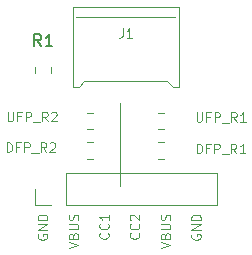
<source format=gbr>
G04 #@! TF.GenerationSoftware,KiCad,Pcbnew,(5.1.2-1)-1*
G04 #@! TF.CreationDate,2020-04-24T16:50:01+02:00*
G04 #@! TF.ProjectId,USB-C-Power-tester,5553422d-432d-4506-9f77-65722d746573,rev?*
G04 #@! TF.SameCoordinates,Original*
G04 #@! TF.FileFunction,Legend,Top*
G04 #@! TF.FilePolarity,Positive*
%FSLAX46Y46*%
G04 Gerber Fmt 4.6, Leading zero omitted, Abs format (unit mm)*
G04 Created by KiCad (PCBNEW (5.1.2-1)-1) date 2020-04-24 16:50:01*
%MOMM*%
%LPD*%
G04 APERTURE LIST*
%ADD10C,0.100000*%
%ADD11C,0.120000*%
%ADD12C,0.150000*%
G04 APERTURE END LIST*
D10*
X75100000Y-75393571D02*
X75061904Y-75469761D01*
X75061904Y-75584047D01*
X75100000Y-75698333D01*
X75176190Y-75774523D01*
X75252380Y-75812619D01*
X75404761Y-75850714D01*
X75519047Y-75850714D01*
X75671428Y-75812619D01*
X75747619Y-75774523D01*
X75823809Y-75698333D01*
X75861904Y-75584047D01*
X75861904Y-75507857D01*
X75823809Y-75393571D01*
X75785714Y-75355476D01*
X75519047Y-75355476D01*
X75519047Y-75507857D01*
X75861904Y-75012619D02*
X75061904Y-75012619D01*
X75861904Y-74555476D01*
X75061904Y-74555476D01*
X75861904Y-74174523D02*
X75061904Y-74174523D01*
X75061904Y-73984047D01*
X75100000Y-73869761D01*
X75176190Y-73793571D01*
X75252380Y-73755476D01*
X75404761Y-73717380D01*
X75519047Y-73717380D01*
X75671428Y-73755476D01*
X75747619Y-73793571D01*
X75823809Y-73869761D01*
X75861904Y-73984047D01*
X75861904Y-74174523D01*
X77661904Y-76574523D02*
X78461904Y-76307857D01*
X77661904Y-76041190D01*
X78042857Y-75507857D02*
X78080952Y-75393571D01*
X78119047Y-75355476D01*
X78195238Y-75317380D01*
X78309523Y-75317380D01*
X78385714Y-75355476D01*
X78423809Y-75393571D01*
X78461904Y-75469761D01*
X78461904Y-75774523D01*
X77661904Y-75774523D01*
X77661904Y-75507857D01*
X77700000Y-75431666D01*
X77738095Y-75393571D01*
X77814285Y-75355476D01*
X77890476Y-75355476D01*
X77966666Y-75393571D01*
X78004761Y-75431666D01*
X78042857Y-75507857D01*
X78042857Y-75774523D01*
X77661904Y-74974523D02*
X78309523Y-74974523D01*
X78385714Y-74936428D01*
X78423809Y-74898333D01*
X78461904Y-74822142D01*
X78461904Y-74669761D01*
X78423809Y-74593571D01*
X78385714Y-74555476D01*
X78309523Y-74517380D01*
X77661904Y-74517380D01*
X78423809Y-74174523D02*
X78461904Y-74060238D01*
X78461904Y-73869761D01*
X78423809Y-73793571D01*
X78385714Y-73755476D01*
X78309523Y-73717380D01*
X78233333Y-73717380D01*
X78157142Y-73755476D01*
X78119047Y-73793571D01*
X78080952Y-73869761D01*
X78042857Y-74022142D01*
X78004761Y-74098333D01*
X77966666Y-74136428D01*
X77890476Y-74174523D01*
X77814285Y-74174523D01*
X77738095Y-74136428D01*
X77700000Y-74098333D01*
X77661904Y-74022142D01*
X77661904Y-73831666D01*
X77700000Y-73717380D01*
X80985714Y-75279285D02*
X81023809Y-75317380D01*
X81061904Y-75431666D01*
X81061904Y-75507857D01*
X81023809Y-75622142D01*
X80947619Y-75698333D01*
X80871428Y-75736428D01*
X80719047Y-75774523D01*
X80604761Y-75774523D01*
X80452380Y-75736428D01*
X80376190Y-75698333D01*
X80300000Y-75622142D01*
X80261904Y-75507857D01*
X80261904Y-75431666D01*
X80300000Y-75317380D01*
X80338095Y-75279285D01*
X80985714Y-74479285D02*
X81023809Y-74517380D01*
X81061904Y-74631666D01*
X81061904Y-74707857D01*
X81023809Y-74822142D01*
X80947619Y-74898333D01*
X80871428Y-74936428D01*
X80719047Y-74974523D01*
X80604761Y-74974523D01*
X80452380Y-74936428D01*
X80376190Y-74898333D01*
X80300000Y-74822142D01*
X80261904Y-74707857D01*
X80261904Y-74631666D01*
X80300000Y-74517380D01*
X80338095Y-74479285D01*
X81061904Y-73717380D02*
X81061904Y-74174523D01*
X81061904Y-73945952D02*
X80261904Y-73945952D01*
X80376190Y-74022142D01*
X80452380Y-74098333D01*
X80490476Y-74174523D01*
X83585714Y-75279285D02*
X83623809Y-75317380D01*
X83661904Y-75431666D01*
X83661904Y-75507857D01*
X83623809Y-75622142D01*
X83547619Y-75698333D01*
X83471428Y-75736428D01*
X83319047Y-75774523D01*
X83204761Y-75774523D01*
X83052380Y-75736428D01*
X82976190Y-75698333D01*
X82900000Y-75622142D01*
X82861904Y-75507857D01*
X82861904Y-75431666D01*
X82900000Y-75317380D01*
X82938095Y-75279285D01*
X83585714Y-74479285D02*
X83623809Y-74517380D01*
X83661904Y-74631666D01*
X83661904Y-74707857D01*
X83623809Y-74822142D01*
X83547619Y-74898333D01*
X83471428Y-74936428D01*
X83319047Y-74974523D01*
X83204761Y-74974523D01*
X83052380Y-74936428D01*
X82976190Y-74898333D01*
X82900000Y-74822142D01*
X82861904Y-74707857D01*
X82861904Y-74631666D01*
X82900000Y-74517380D01*
X82938095Y-74479285D01*
X82938095Y-74174523D02*
X82900000Y-74136428D01*
X82861904Y-74060238D01*
X82861904Y-73869761D01*
X82900000Y-73793571D01*
X82938095Y-73755476D01*
X83014285Y-73717380D01*
X83090476Y-73717380D01*
X83204761Y-73755476D01*
X83661904Y-74212619D01*
X83661904Y-73717380D01*
X85461904Y-76574523D02*
X86261904Y-76307857D01*
X85461904Y-76041190D01*
X85842857Y-75507857D02*
X85880952Y-75393571D01*
X85919047Y-75355476D01*
X85995238Y-75317380D01*
X86109523Y-75317380D01*
X86185714Y-75355476D01*
X86223809Y-75393571D01*
X86261904Y-75469761D01*
X86261904Y-75774523D01*
X85461904Y-75774523D01*
X85461904Y-75507857D01*
X85500000Y-75431666D01*
X85538095Y-75393571D01*
X85614285Y-75355476D01*
X85690476Y-75355476D01*
X85766666Y-75393571D01*
X85804761Y-75431666D01*
X85842857Y-75507857D01*
X85842857Y-75774523D01*
X85461904Y-74974523D02*
X86109523Y-74974523D01*
X86185714Y-74936428D01*
X86223809Y-74898333D01*
X86261904Y-74822142D01*
X86261904Y-74669761D01*
X86223809Y-74593571D01*
X86185714Y-74555476D01*
X86109523Y-74517380D01*
X85461904Y-74517380D01*
X86223809Y-74174523D02*
X86261904Y-74060238D01*
X86261904Y-73869761D01*
X86223809Y-73793571D01*
X86185714Y-73755476D01*
X86109523Y-73717380D01*
X86033333Y-73717380D01*
X85957142Y-73755476D01*
X85919047Y-73793571D01*
X85880952Y-73869761D01*
X85842857Y-74022142D01*
X85804761Y-74098333D01*
X85766666Y-74136428D01*
X85690476Y-74174523D01*
X85614285Y-74174523D01*
X85538095Y-74136428D01*
X85500000Y-74098333D01*
X85461904Y-74022142D01*
X85461904Y-73831666D01*
X85500000Y-73717380D01*
X88100000Y-75393571D02*
X88061904Y-75469761D01*
X88061904Y-75584047D01*
X88100000Y-75698333D01*
X88176190Y-75774523D01*
X88252380Y-75812619D01*
X88404761Y-75850714D01*
X88519047Y-75850714D01*
X88671428Y-75812619D01*
X88747619Y-75774523D01*
X88823809Y-75698333D01*
X88861904Y-75584047D01*
X88861904Y-75507857D01*
X88823809Y-75393571D01*
X88785714Y-75355476D01*
X88519047Y-75355476D01*
X88519047Y-75507857D01*
X88861904Y-75012619D02*
X88061904Y-75012619D01*
X88861904Y-74555476D01*
X88061904Y-74555476D01*
X88861904Y-74174523D02*
X88061904Y-74174523D01*
X88061904Y-73984047D01*
X88100000Y-73869761D01*
X88176190Y-73793571D01*
X88252380Y-73755476D01*
X88404761Y-73717380D01*
X88519047Y-73717380D01*
X88671428Y-73755476D01*
X88747619Y-73793571D01*
X88823809Y-73869761D01*
X88861904Y-73984047D01*
X88861904Y-74174523D01*
D11*
X82000000Y-64300000D02*
X82000000Y-71300000D01*
D10*
X78300000Y-57000000D02*
X86700000Y-57000000D01*
X78500000Y-62900000D02*
X78000000Y-62900000D01*
X79000000Y-62400000D02*
X78500000Y-62900000D01*
X86000000Y-62400000D02*
X79000000Y-62400000D01*
X86500000Y-62900000D02*
X86000000Y-62400000D01*
X87000000Y-62900000D02*
X86500000Y-62900000D01*
X78000000Y-56100000D02*
X87000000Y-56100000D01*
X78000000Y-62900000D02*
X78000000Y-56100000D01*
X87000000Y-62900000D02*
X87000000Y-56100000D01*
D11*
X79761252Y-65090000D02*
X79238748Y-65090000D01*
X79761252Y-66510000D02*
X79238748Y-66510000D01*
X85238748Y-66510000D02*
X85761252Y-66510000D01*
X85238748Y-65090000D02*
X85761252Y-65090000D01*
X76210000Y-61761252D02*
X76210000Y-61238748D01*
X74790000Y-61761252D02*
X74790000Y-61238748D01*
X74840000Y-72880000D02*
X74840000Y-71550000D01*
X76170000Y-72880000D02*
X74840000Y-72880000D01*
X77440000Y-72880000D02*
X77440000Y-70220000D01*
X77440000Y-70220000D02*
X90200000Y-70220000D01*
X77440000Y-72880000D02*
X90200000Y-72880000D01*
X90200000Y-72880000D02*
X90200000Y-70220000D01*
X79761252Y-67590000D02*
X79238748Y-67590000D01*
X79761252Y-69010000D02*
X79238748Y-69010000D01*
X85238748Y-69010000D02*
X85761252Y-69010000D01*
X85238748Y-67590000D02*
X85761252Y-67590000D01*
D10*
X82233333Y-57961904D02*
X82233333Y-58533333D01*
X82195238Y-58647619D01*
X82119047Y-58723809D01*
X82004761Y-58761904D01*
X81928571Y-58761904D01*
X83033333Y-58761904D02*
X82576190Y-58761904D01*
X82804761Y-58761904D02*
X82804761Y-57961904D01*
X82728571Y-58076190D01*
X82652380Y-58152380D01*
X82576190Y-58190476D01*
X72492857Y-65011904D02*
X72492857Y-65659523D01*
X72530952Y-65735714D01*
X72569047Y-65773809D01*
X72645238Y-65811904D01*
X72797619Y-65811904D01*
X72873809Y-65773809D01*
X72911904Y-65735714D01*
X72950000Y-65659523D01*
X72950000Y-65011904D01*
X73597619Y-65392857D02*
X73330952Y-65392857D01*
X73330952Y-65811904D02*
X73330952Y-65011904D01*
X73711904Y-65011904D01*
X74016666Y-65811904D02*
X74016666Y-65011904D01*
X74321428Y-65011904D01*
X74397619Y-65050000D01*
X74435714Y-65088095D01*
X74473809Y-65164285D01*
X74473809Y-65278571D01*
X74435714Y-65354761D01*
X74397619Y-65392857D01*
X74321428Y-65430952D01*
X74016666Y-65430952D01*
X74626190Y-65888095D02*
X75235714Y-65888095D01*
X75883333Y-65811904D02*
X75616666Y-65430952D01*
X75426190Y-65811904D02*
X75426190Y-65011904D01*
X75730952Y-65011904D01*
X75807142Y-65050000D01*
X75845238Y-65088095D01*
X75883333Y-65164285D01*
X75883333Y-65278571D01*
X75845238Y-65354761D01*
X75807142Y-65392857D01*
X75730952Y-65430952D01*
X75426190Y-65430952D01*
X76188095Y-65088095D02*
X76226190Y-65050000D01*
X76302380Y-65011904D01*
X76492857Y-65011904D01*
X76569047Y-65050000D01*
X76607142Y-65088095D01*
X76645238Y-65164285D01*
X76645238Y-65240476D01*
X76607142Y-65354761D01*
X76150000Y-65811904D01*
X76645238Y-65811904D01*
X88492857Y-65061904D02*
X88492857Y-65709523D01*
X88530952Y-65785714D01*
X88569047Y-65823809D01*
X88645238Y-65861904D01*
X88797619Y-65861904D01*
X88873809Y-65823809D01*
X88911904Y-65785714D01*
X88950000Y-65709523D01*
X88950000Y-65061904D01*
X89597619Y-65442857D02*
X89330952Y-65442857D01*
X89330952Y-65861904D02*
X89330952Y-65061904D01*
X89711904Y-65061904D01*
X90016666Y-65861904D02*
X90016666Y-65061904D01*
X90321428Y-65061904D01*
X90397619Y-65100000D01*
X90435714Y-65138095D01*
X90473809Y-65214285D01*
X90473809Y-65328571D01*
X90435714Y-65404761D01*
X90397619Y-65442857D01*
X90321428Y-65480952D01*
X90016666Y-65480952D01*
X90626190Y-65938095D02*
X91235714Y-65938095D01*
X91883333Y-65861904D02*
X91616666Y-65480952D01*
X91426190Y-65861904D02*
X91426190Y-65061904D01*
X91730952Y-65061904D01*
X91807142Y-65100000D01*
X91845238Y-65138095D01*
X91883333Y-65214285D01*
X91883333Y-65328571D01*
X91845238Y-65404761D01*
X91807142Y-65442857D01*
X91730952Y-65480952D01*
X91426190Y-65480952D01*
X92645238Y-65861904D02*
X92188095Y-65861904D01*
X92416666Y-65861904D02*
X92416666Y-65061904D01*
X92340476Y-65176190D01*
X92264285Y-65252380D01*
X92188095Y-65290476D01*
D12*
X75333333Y-59452380D02*
X75000000Y-58976190D01*
X74761904Y-59452380D02*
X74761904Y-58452380D01*
X75142857Y-58452380D01*
X75238095Y-58500000D01*
X75285714Y-58547619D01*
X75333333Y-58642857D01*
X75333333Y-58785714D01*
X75285714Y-58880952D01*
X75238095Y-58928571D01*
X75142857Y-58976190D01*
X74761904Y-58976190D01*
X76285714Y-59452380D02*
X75714285Y-59452380D01*
X76000000Y-59452380D02*
X76000000Y-58452380D01*
X75904761Y-58595238D01*
X75809523Y-58690476D01*
X75714285Y-58738095D01*
D10*
X72411904Y-68411904D02*
X72411904Y-67611904D01*
X72602380Y-67611904D01*
X72716666Y-67650000D01*
X72792857Y-67726190D01*
X72830952Y-67802380D01*
X72869047Y-67954761D01*
X72869047Y-68069047D01*
X72830952Y-68221428D01*
X72792857Y-68297619D01*
X72716666Y-68373809D01*
X72602380Y-68411904D01*
X72411904Y-68411904D01*
X73478571Y-67992857D02*
X73211904Y-67992857D01*
X73211904Y-68411904D02*
X73211904Y-67611904D01*
X73592857Y-67611904D01*
X73897619Y-68411904D02*
X73897619Y-67611904D01*
X74202380Y-67611904D01*
X74278571Y-67650000D01*
X74316666Y-67688095D01*
X74354761Y-67764285D01*
X74354761Y-67878571D01*
X74316666Y-67954761D01*
X74278571Y-67992857D01*
X74202380Y-68030952D01*
X73897619Y-68030952D01*
X74507142Y-68488095D02*
X75116666Y-68488095D01*
X75764285Y-68411904D02*
X75497619Y-68030952D01*
X75307142Y-68411904D02*
X75307142Y-67611904D01*
X75611904Y-67611904D01*
X75688095Y-67650000D01*
X75726190Y-67688095D01*
X75764285Y-67764285D01*
X75764285Y-67878571D01*
X75726190Y-67954761D01*
X75688095Y-67992857D01*
X75611904Y-68030952D01*
X75307142Y-68030952D01*
X76069047Y-67688095D02*
X76107142Y-67650000D01*
X76183333Y-67611904D01*
X76373809Y-67611904D01*
X76450000Y-67650000D01*
X76488095Y-67688095D01*
X76526190Y-67764285D01*
X76526190Y-67840476D01*
X76488095Y-67954761D01*
X76030952Y-68411904D01*
X76526190Y-68411904D01*
X88511904Y-68511904D02*
X88511904Y-67711904D01*
X88702380Y-67711904D01*
X88816666Y-67750000D01*
X88892857Y-67826190D01*
X88930952Y-67902380D01*
X88969047Y-68054761D01*
X88969047Y-68169047D01*
X88930952Y-68321428D01*
X88892857Y-68397619D01*
X88816666Y-68473809D01*
X88702380Y-68511904D01*
X88511904Y-68511904D01*
X89578571Y-68092857D02*
X89311904Y-68092857D01*
X89311904Y-68511904D02*
X89311904Y-67711904D01*
X89692857Y-67711904D01*
X89997619Y-68511904D02*
X89997619Y-67711904D01*
X90302380Y-67711904D01*
X90378571Y-67750000D01*
X90416666Y-67788095D01*
X90454761Y-67864285D01*
X90454761Y-67978571D01*
X90416666Y-68054761D01*
X90378571Y-68092857D01*
X90302380Y-68130952D01*
X89997619Y-68130952D01*
X90607142Y-68588095D02*
X91216666Y-68588095D01*
X91864285Y-68511904D02*
X91597619Y-68130952D01*
X91407142Y-68511904D02*
X91407142Y-67711904D01*
X91711904Y-67711904D01*
X91788095Y-67750000D01*
X91826190Y-67788095D01*
X91864285Y-67864285D01*
X91864285Y-67978571D01*
X91826190Y-68054761D01*
X91788095Y-68092857D01*
X91711904Y-68130952D01*
X91407142Y-68130952D01*
X92626190Y-68511904D02*
X92169047Y-68511904D01*
X92397619Y-68511904D02*
X92397619Y-67711904D01*
X92321428Y-67826190D01*
X92245238Y-67902380D01*
X92169047Y-67940476D01*
M02*

</source>
